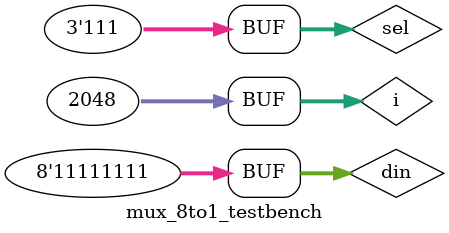
<source format=sv>
module mux_8to1(out, din, sel);
    input logic [2:0] sel;
    input logic [7:0] din;
    output logic out;

    logic [1:0] tmp;

    mux_4to1 m0 (.out(tmp[0]), .din(din[3:0]), .sel(sel[1:0]));
    mux_4to1 m1 (.out(tmp[1]), .din(din[7:4]), .sel(sel[1:0]));

    mux_2to1 mf (.out, .din(tmp), .sel(sel[2]));
endmodule

module mux_8to1_testbench;
    logic [2:0] sel; 
    logic [7:0] din;
    logic out;

    parameter delay = 10;

    integer i;

    initial begin
        for (i = 0; i < 2048; i++) begin
            {sel, din} = i;
            #delay;
        end
    end

    mux_8to1 dut (.out, .din, .sel);
endmodule

</source>
